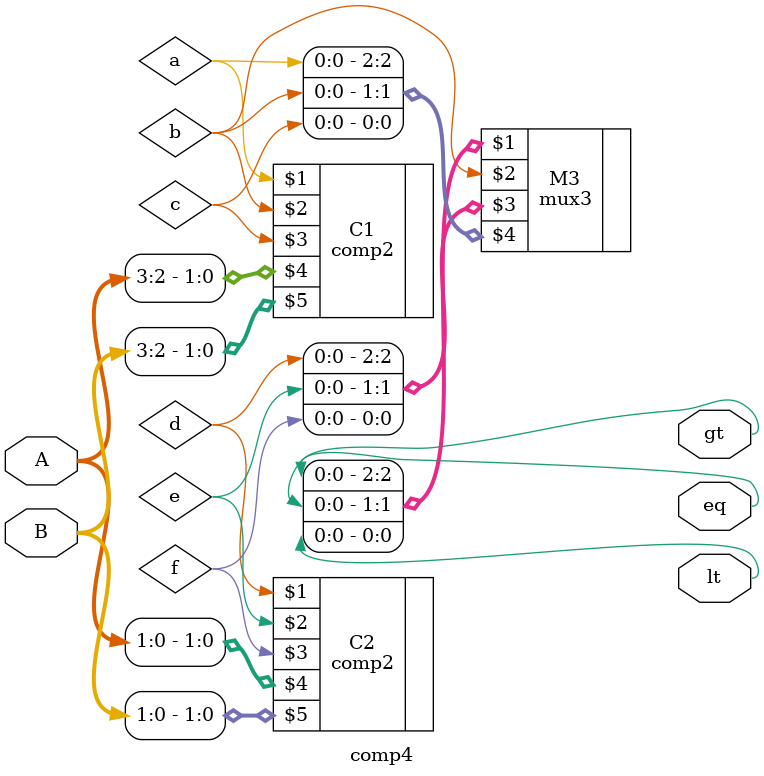
<source format=v>
module comp4 (gt,eq,lt,A,B);
input [3:0]A,B;
output gt,eq,lt;

comp2 C1 (a,b,c,A[3:2],B[3:2]);
comp2 C2 (d,e,f,A[1:0],B[1:0]);
mux3 M3 ({gt,eq,lt},b,{d,e,f},{a,b,c});

endmodule 
</source>
